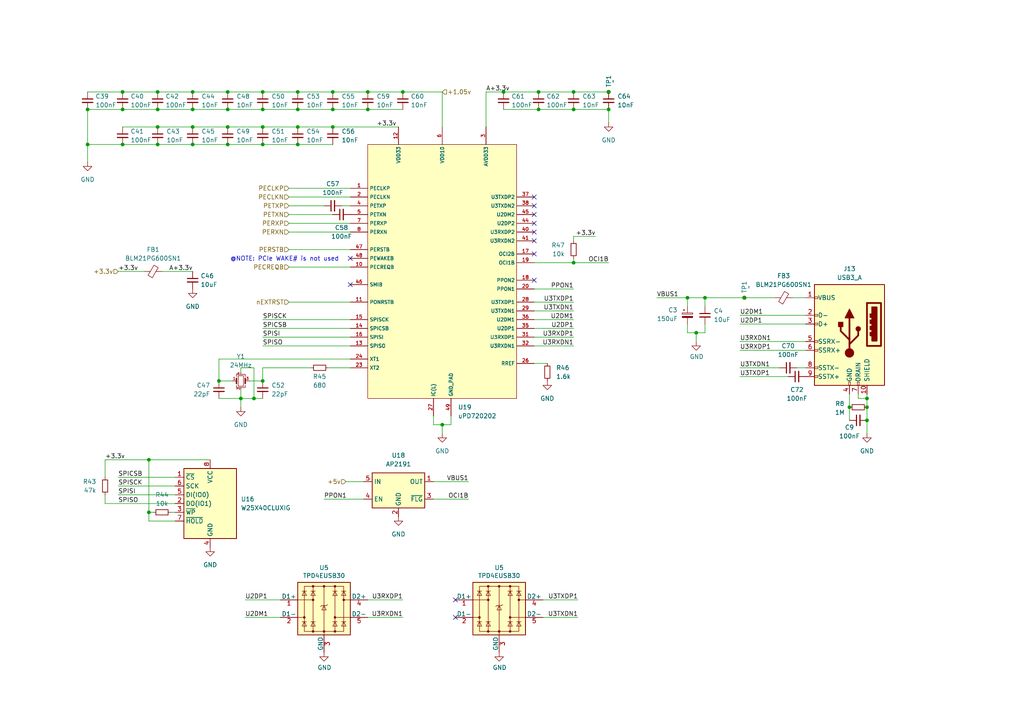
<source format=kicad_sch>
(kicad_sch (version 20230819) (generator eeschema)
  (paper "A4")
  (lib_symbols
    (symbol "AP2191:AP2191"
      (property "Reference" "U" (at -4.064 6.604 0))
      (property "Value" "AP2191" (at 0 0 0))
      (symbol "AP2191_0_1"
        (rectangle (start -7.62 5.08) (end 7.62 -5.08) (stroke (width 0.254)) (fill (type background)))
      )
      (symbol "AP2191_1_1"
        (pin power_out line (at 10.16 2.54 180) (length 2.54) (name "OUT") (number "1"))
        (pin power_in line (at 0 -7.62 90) (length 2.54) (name "GND") (number "2"))
        (pin open_collector line (at 10.16 -2.54 180) (length 2.54) (name "~{FLG}") (number "3"))
        (pin input line (at -10.16 -2.54 0) (length 2.54) (name "EN") (number "4"))
        (pin power_in line (at -10.16 2.54 0) (length 2.54) (name "IN") (number "5"))
      )
    )
    (symbol "CM4IO:TPD4EUSB30" (pin_names (offset 0))
      (property "Reference" "U" (at -0.635 8.89 0))
      (property "Value" "TPD4EUSB30" (at 8.89 -10.16 0))
      (symbol "TPD4EUSB30_0_0"
        (rectangle (start -5.715 6.477) (end 5.715 -6.604))
        (polyline (pts (xy -3.175 -6.604) (xy -3.175 6.477)))
        (polyline (pts (xy 0 6.477) (xy 0 -6.604)))
        (polyline (pts (xy 3.175 6.477) (xy 3.175 -6.604)))
      )
      (symbol "TPD4EUSB30_0_1"
        (rectangle (start -7.62 7.62) (end 7.62 -7.62) (stroke (width 0.254)) (fill (type background)))
        (circle (center -5.715 -2.54) (radius 0.2794) (fill (type outline)))
        (circle (center -3.175 -6.604) (radius 0.2794) (fill (type outline)))
        (circle (center -3.175 2.54) (radius 0.2794) (fill (type outline)))
        (circle (center -3.175 6.477) (radius 0.2794) (fill (type outline)))
        (circle (center 0 -6.604) (radius 0.2794) (fill (type outline)))
        (polyline (pts (xy -7.747 2.54) (xy -3.175 2.54)))
        (polyline (pts (xy -7.62 -2.54) (xy -5.715 -2.54)))
        (polyline (pts (xy -5.08 -3.81) (xy -6.35 -3.81)))
        (polyline (pts (xy -5.08 5.08) (xy -6.35 5.08)))
        (polyline (pts (xy -2.54 -3.81) (xy -3.81 -3.81)))
        (polyline (pts (xy -2.54 5.08) (xy -3.81 5.08)))
        (polyline (pts (xy -0.635 0.889) (xy -1.016 0.635)))
        (polyline (pts (xy 0 -6.604) (xy 0 -7.62)))
        (polyline (pts (xy 0.635 0.889) (xy -0.635 0.889)))
        (polyline (pts (xy 0.635 0.889) (xy 1.016 1.143)))
        (polyline (pts (xy 3.81 -3.81) (xy 2.54 -3.81)))
        (polyline (pts (xy 3.81 5.08) (xy 2.54 5.08)))
        (polyline (pts (xy 6.35 -3.81) (xy 5.08 -3.81)))
        (polyline (pts (xy 6.35 5.08) (xy 5.08 5.08)))
        (polyline (pts (xy 7.62 -2.54) (xy 3.175 -2.54)))
        (polyline (pts (xy 7.62 2.54) (xy 5.715 2.54)))
        (polyline (pts (xy -5.08 -5.08) (xy -6.35 -5.08) (xy -5.715 -3.81) (xy -5.08 -5.08)))
        (polyline (pts (xy -5.08 3.81) (xy -6.35 3.81) (xy -5.715 5.08) (xy -5.08 3.81)))
        (polyline (pts (xy -2.54 -5.08) (xy -3.81 -5.08) (xy -3.175 -3.81) (xy -2.54 -5.08)))
        (polyline (pts (xy -2.54 3.81) (xy -3.81 3.81) (xy -3.175 5.08) (xy -2.54 3.81)))
        (polyline (pts (xy 0.635 -0.381) (xy -0.635 -0.381) (xy 0 0.889) (xy 0.635 -0.381)))
        (polyline (pts (xy 3.81 -5.08) (xy 2.54 -5.08) (xy 3.175 -3.81) (xy 3.81 -5.08)))
        (polyline (pts (xy 3.81 3.81) (xy 2.54 3.81) (xy 3.175 5.08) (xy 3.81 3.81)))
        (polyline (pts (xy 6.35 -5.08) (xy 5.08 -5.08) (xy 5.715 -3.81) (xy 6.35 -5.08)))
        (polyline (pts (xy 6.35 3.81) (xy 5.08 3.81) (xy 5.715 5.08) (xy 6.35 3.81)))
        (circle (center 0 6.477) (radius 0.2794) (fill (type outline)))
        (circle (center 3.175 -6.604) (radius 0.2794) (fill (type outline)))
        (circle (center 3.175 -2.54) (radius 0.2794) (fill (type outline)))
        (circle (center 3.175 6.477) (radius 0.2794) (fill (type outline)))
        (circle (center 5.715 2.54) (radius 0.2794) (fill (type outline)))
      )
      (symbol "TPD4EUSB30_1_1"
        (pin passive line (at -12.7 2.54 0) (length 5.08) (name "D1+") (number "1"))
        (pin passive line (at -12.7 2.54 0) (length 5.08) hide (name "~") (number "10"))
        (pin passive line (at -12.7 -2.54 0) (length 5.08) (name "D1-") (number "2"))
        (pin power_in line (at 0 -12.7 90) (length 5.08) (name "GND") (number "3"))
        (pin passive line (at 12.7 2.54 180) (length 5.08) (name "D2+") (number "4"))
        (pin passive line (at 12.7 -2.54 180) (length 5.08) (name "D2-") (number "5"))
        (pin passive line (at 12.7 -2.54 180) (length 5.08) hide (name "~") (number "6"))
        (pin passive line (at 12.7 2.54 180) (length 5.08) hide (name "~") (number "7"))
        (pin passive line (at 0 -12.7 90) (length 5.08) hide (name "GND") (number "8"))
        (pin passive line (at -12.7 -2.54 0) (length 5.08) hide (name "~") (number "9"))
      )
    )
    (symbol "Connector:TestPoint_Small" (pin_numbers hide) (pin_names (offset 0.762) hide)
      (property "Reference" "TP" (at 0 3.81 0))
      (property "Value" "TestPoint_Small" (at 0 2.032 0))
      (symbol "TestPoint_Small_0_1"
        (circle (center 0 0) (radius 0.508))
      )
      (symbol "TestPoint_Small_1_1"
        (pin passive line (at 0 0 90) (length 0) (name "1") (number "1"))
      )
    )
    (symbol "Connector:USB3_A" (pin_names (offset 1.016))
      (property "Reference" "J" (at -10.16 15.24 0))
      (property "Value" "USB3_A" (at 10.16 15.24 0))
      (symbol "USB3_A_0_0"
        (rectangle (start -9.144 8.636) (end -5.08 -3.81) (stroke (width 0.508)))
        (rectangle (start -7.874 7.366) (end -6.604 -2.286) (stroke (width 0.508)) (fill (type outline)))
        (rectangle (start -6.35 0) (end -6.096 -0.762) (stroke (width 0.508)))
        (rectangle (start -6.35 1.778) (end -6.096 1.016) (stroke (width 0.508)))
        (rectangle (start -6.35 3.556) (end -6.096 2.794) (stroke (width 0.508)))
        (rectangle (start -6.35 5.334) (end -6.096 4.572) (stroke (width 0.508)))
        (rectangle (start -2.794 -15.24) (end -2.286 -14.224))
        (rectangle (start -0.254 -15.24) (end 0.254 -14.224))
        (rectangle (start 10.16 -12.446) (end 9.144 -12.954))
        (rectangle (start 10.16 -9.906) (end 9.144 -10.414))
        (rectangle (start 10.16 -4.826) (end 9.144 -5.334))
        (rectangle (start 10.16 -2.286) (end 9.144 -2.794))
        (rectangle (start 10.16 2.794) (end 9.144 2.286))
        (rectangle (start 10.16 5.334) (end 9.144 4.826))
        (rectangle (start 10.16 10.414) (end 9.144 9.906))
      )
      (symbol "USB3_A_0_1"
        (rectangle (start -10.16 13.97) (end 10.16 -15.24) (stroke (width 0.254)) (fill (type background)))
      )
      (symbol "USB3_A_1_1"
        (circle (center -2.54 1.143) (radius 0.635) (stroke (width 0.254)) (fill (type outline)))
        (circle (center 0 -5.842) (radius 1.27) (fill (type outline)))
        (polyline (pts (xy 0 -5.842) (xy 0 4.318)) (stroke (width 0.508)))
        (polyline (pts (xy 0 -3.302) (xy -2.54 -0.762) (xy -2.54 0.508)) (stroke (width 0.508)))
        (polyline (pts (xy 0 -2.032) (xy 2.54 0.508) (xy 2.54 1.778)) (stroke (width 0.508)))
        (polyline (pts (xy -1.27 4.318) (xy 0 6.858) (xy 1.27 4.318) (xy -1.27 4.318)) (stroke (width 0.254)) (fill (type outline)))
        (rectangle (start 1.905 1.778) (end 3.175 3.048) (stroke (width 0.254)) (fill (type outline)))
        (pin power_in line (at 12.7 10.16 180) (length 2.54) (name "VBUS") (number "1"))
        (pin passive line (at -5.08 -17.78 90) (length 2.54) (name "SHIELD") (number "10"))
        (pin bidirectional line (at 12.7 5.08 180) (length 2.54) (name "D-") (number "2"))
        (pin bidirectional line (at 12.7 2.54 180) (length 2.54) (name "D+") (number "3"))
        (pin power_in line (at 0 -17.78 90) (length 2.54) (name "GND") (number "4"))
        (pin output line (at 12.7 -2.54 180) (length 2.54) (name "SSRX-") (number "5"))
        (pin output line (at 12.7 -5.08 180) (length 2.54) (name "SSRX+") (number "6"))
        (pin passive line (at -2.54 -17.78 90) (length 2.54) (name "DRAIN") (number "7"))
        (pin input line (at 12.7 -10.16 180) (length 2.54) (name "SSTX-") (number "8"))
        (pin input line (at 12.7 -12.7 180) (length 2.54) (name "SSTX+") (number "9"))
      )
    )
    (symbol "Device:C_Polarized_Small" (pin_numbers hide) (pin_names (offset 0.254) hide)
      (property "Reference" "C" (at 0.254 1.778 0))
      (property "Value" "C_Polarized_Small" (at 0.254 -2.032 0))
      (symbol "C_Polarized_Small_0_1"
        (rectangle (start -1.524 -0.3048) (end 1.524 -0.6858) (fill (type outline)))
        (rectangle (start -1.524 0.6858) (end 1.524 0.3048))
        (polyline (pts (xy -1.27 1.524) (xy -0.762 1.524)))
        (polyline (pts (xy -1.016 1.27) (xy -1.016 1.778)))
      )
      (symbol "C_Polarized_Small_1_1"
        (pin passive line (at 0 2.54 270) (length 1.8542) (name "~") (number "1"))
        (pin passive line (at 0 -2.54 90) (length 1.8542) (name "~") (number "2"))
      )
    )
    (symbol "Device:C_Small" (pin_numbers hide) (pin_names (offset 0.254) hide)
      (property "Reference" "C" (at 0.254 1.778 0))
      (property "Value" "C_Small" (at 0.254 -2.032 0))
      (symbol "C_Small_0_1"
        (polyline (pts (xy -1.524 -0.508) (xy 1.524 -0.508)) (stroke (width 0.3302)))
        (polyline (pts (xy -1.524 0.508) (xy 1.524 0.508)) (stroke (width 0.3048)))
      )
      (symbol "C_Small_1_1"
        (pin passive line (at 0 2.54 270) (length 2.032) (name "~") (number "1"))
        (pin passive line (at 0 -2.54 90) (length 2.032) (name "~") (number "2"))
      )
    )
    (symbol "Device:Crystal_GND24_Small" (pin_names (offset 1.016) hide)
      (property "Reference" "Y" (at 1.27 4.445 0))
      (property "Value" "Crystal_GND24_Small" (at 1.27 2.54 0))
      (symbol "Crystal_GND24_Small_0_1"
        (rectangle (start -0.762 -1.524) (end 0.762 1.524))
        (polyline (pts (xy -1.27 -0.762) (xy -1.27 0.762)) (stroke (width 0.381)))
        (polyline (pts (xy 1.27 -0.762) (xy 1.27 0.762)) (stroke (width 0.381)))
        (polyline (pts (xy -1.27 -1.27) (xy -1.27 -1.905) (xy 1.27 -1.905) (xy 1.27 -1.27)))
        (polyline (pts (xy -1.27 1.27) (xy -1.27 1.905) (xy 1.27 1.905) (xy 1.27 1.27)))
      )
      (symbol "Crystal_GND24_Small_1_1"
        (pin passive line (at -2.54 0 0) (length 1.27) (name "1") (number "1"))
        (pin passive line (at 0 -2.54 90) (length 0.635) (name "2") (number "2"))
        (pin passive line (at 2.54 0 180) (length 1.27) (name "3") (number "3"))
        (pin passive line (at 0 2.54 270) (length 0.635) (name "4") (number "4"))
      )
    )
    (symbol "Device:FerriteBead_Small" (pin_numbers hide) (pin_names (offset 0))
      (property "Reference" "FB" (at 1.905 1.27 0))
      (property "Value" "FerriteBead_Small" (at 1.905 -1.27 0))
      (symbol "FerriteBead_Small_0_1"
        (polyline (pts (xy 0 -1.27) (xy 0 -0.7874)))
        (polyline (pts (xy 0 0.889) (xy 0 1.2954)))
        (polyline (pts (xy -1.8288 0.2794) (xy -1.1176 1.4986) (xy 1.8288 -0.2032) (xy 1.1176 -1.4224) (xy -1.8288 0.2794)))
      )
      (symbol "FerriteBead_Small_1_1"
        (pin passive line (at 0 2.54 270) (length 1.27) (name "~") (number "1"))
        (pin passive line (at 0 -2.54 90) (length 1.27) (name "~") (number "2"))
      )
    )
    (symbol "Device:R_Small" (pin_numbers hide) (pin_names (offset 0.254) hide)
      (property "Reference" "R" (at 0.762 0.508 0))
      (property "Value" "R_Small" (at 0.762 -1.016 0))
      (symbol "R_Small_0_1"
        (rectangle (start -0.762 1.778) (end 0.762 -1.778) (stroke (width 0.2032)))
      )
      (symbol "R_Small_1_1"
        (pin passive line (at 0 2.54 270) (length 0.762) (name "~") (number "1"))
        (pin passive line (at 0 -2.54 90) (length 0.762) (name "~") (number "2"))
      )
    )
    (symbol "Memory_Flash:W25X40CLSV"
      (property "Reference" "U16" (at 8.89 1.2701 0))
      (property "Value" "W25X40CLUXIG" (at 8.89 -1.2699 0))
      (symbol "W25X40CLSV_0_1"
        (rectangle (start -7.62 10.16) (end 7.62 -10.16) (stroke (width 0.254)) (fill (type background)))
      )
      (symbol "W25X40CLSV_1_1"
        (pin input line (at -10.16 7.62 0) (length 2.54) (name "~{CS}") (number "1"))
        (pin bidirectional line (at -10.16 0 0) (length 2.54) (name "DO(IO1)") (number "2"))
        (pin bidirectional line (at -10.16 -2.54 0) (length 2.54) (name "~{WP}") (number "3"))
        (pin power_in line (at 0 -12.7 90) (length 2.54) (name "GND") (number "4"))
        (pin bidirectional line (at -10.16 2.54 0) (length 2.54) (name "DI(IO0)") (number "5"))
        (pin input line (at -10.16 5.08 0) (length 2.54) (name "SCK") (number "6"))
        (pin bidirectional line (at -10.16 -5.08 0) (length 2.54) (name "~{HOLD}") (number "7"))
        (pin power_in line (at 0 12.7 270) (length 2.54) (name "VCC") (number "8"))
        (pin passive line (at 0 -12.7 90) (length 2.54) hide (name "GND") (number "9"))
      )
    )
    (symbol "power:GND" (power) (pin_names (offset 0))
      (property "Value" "GND" (at 0 -3.81 0))
      (symbol "GND_0_1"
        (polyline (pts (xy 0 0) (xy 0 -1.27) (xy 1.27 -1.27) (xy 0 -2.54) (xy -1.27 -1.27) (xy 0 -1.27)))
      )
      (symbol "GND_1_1"
        (pin power_in line (at 0 0 270) (length 0) hide (name "GND") (number "1"))
      )
    )
    (symbol "uPD720202:uPD720202"
      (property "Reference" "U" (at -20.32 -35.306 0))
      (property "Value" "uPD720202" (at 0 0 0))
      (symbol "uPD720202_1_0"
        (pin input line (at -26.67 24.13 0) (length 5.08) (name "PECLKP") (number "1"))
        (pin output line (at -26.67 1.27 0) (length 5.08) (name "PECREQB") (number "10"))
        (pin input line (at -26.67 -8.89 0) (length 5.08) (name "PONRSTB") (number "11"))
        (pin power_in line (at -12.7 41.91 270) (length 5.08) (name "VDD33") (number "12"))
        (pin output line (at -26.67 -21.59 0) (length 5.08) (name "SPISO") (number "13"))
        (pin output line (at -26.67 -16.51 0) (length 5.08) (name "SPICSB") (number "14"))
        (pin output line (at -26.67 -13.97 0) (length 5.08) (name "SPISCK") (number "15"))
        (pin output line (at -26.67 -19.05 0) (length 5.08) (name "SPISI") (number "16"))
        (pin input line (at 26.67 5.08 180) (length 5.08) (name "OCI2B") (number "17"))
        (pin output line (at 26.67 -2.54 180) (length 5.08) (name "PPON2") (number "18"))
        (pin input line (at 26.67 2.54 180) (length 5.08) (name "OCI1B") (number "19"))
        (pin input line (at -26.67 21.59 0) (length 5.08) (name "PECLKN") (number "2"))
        (pin output line (at 26.67 -5.08 180) (length 5.08) (name "PPON1") (number "20"))
        (pin passive line (at 0 41.91 270) (length 5.08) hide (name "VDD10") (number "21"))
        (pin passive line (at -12.7 41.91 270) (length 5.08) hide (name "VDD33") (number "22"))
        (pin input line (at -26.67 -27.94 0) (length 5.08) (name "XT2") (number "23"))
        (pin input line (at -26.67 -25.4 0) (length 5.08) (name "XT1") (number "24"))
        (pin passive line (at 12.7 41.91 270) (length 5.08) hide (name "AVDD33") (number "25"))
        (pin input line (at 26.67 -26.67 180) (length 5.08) (name "RREF") (number "26"))
        (pin power_in line (at -2.54 -41.91 90) (length 5.08) (name "IC(L)") (number "27"))
        (pin output line (at 26.67 -8.89 180) (length 5.08) (name "U3TXDP1") (number "28"))
        (pin output line (at 26.67 -11.43 180) (length 5.08) (name "U3TXDN1") (number "29"))
        (pin power_in line (at 12.7 41.91 270) (length 5.08) (name "AVDD33") (number "3"))
        (pin passive line (at 0 41.91 270) (length 5.08) hide (name "VDD10") (number "30"))
        (pin input line (at 26.67 -19.05 180) (length 5.08) (name "U3RXDP1") (number "31"))
        (pin input line (at 26.67 -21.59 180) (length 5.08) (name "U3RXDN1") (number "32"))
        (pin passive line (at 0 41.91 270) (length 5.08) hide (name "VDD10") (number "33"))
        (pin passive line (at -12.7 41.91 270) (length 5.08) hide (name "VDD33") (number "34"))
        (pin bidirectional line (at 26.67 -16.51 180) (length 5.08) (name "U2DP1") (number "35"))
        (pin bidirectional line (at 26.67 -13.97 180) (length 5.08) (name "U2DM1") (number "36"))
        (pin output line (at 26.67 21.59 180) (length 5.08) (name "U3TXDP2") (number "37"))
        (pin output line (at 26.67 19.05 180) (length 5.08) (name "U3TXDN2") (number "38"))
        (pin passive line (at 0 41.91 270) (length 5.08) hide (name "VDD10") (number "39"))
        (pin output line (at -26.67 19.05 0) (length 5.08) (name "PETXP") (number "4"))
        (pin input line (at 26.67 11.43 180) (length 5.08) (name "U3RXDP2") (number "40"))
        (pin input line (at 26.67 8.89 180) (length 5.08) (name "U3RXDN2") (number "41"))
        (pin passive line (at 0 41.91 270) (length 5.08) hide (name "VDD10") (number "42"))
        (pin passive line (at -12.7 41.91 270) (length 5.08) hide (name "VDD33") (number "43"))
        (pin bidirectional line (at 26.67 13.97 180) (length 5.08) (name "U2DP2") (number "44"))
        (pin bidirectional line (at 26.67 16.51 180) (length 5.08) (name "U2DM2") (number "45"))
        (pin output line (at -26.67 -3.81 0) (length 5.08) (name "SMIB") (number "46"))
        (pin input line (at -26.67 6.35 0) (length 5.08) (name "PERSTB") (number "47"))
        (pin output line (at -26.67 3.81 0) (length 5.08) (name "PEWAKEB") (number "48"))
        (pin power_in line (at 2.54 -41.91 90) (length 5.08) (name "GND_PAD") (number "49"))
        (pin output line (at -26.67 16.51 0) (length 5.08) (name "PETXN") (number "5"))
        (pin power_in line (at 0 41.91 270) (length 5.08) (name "VDD10") (number "6"))
        (pin input line (at -26.67 13.97 0) (length 5.08) (name "PERXP") (number "7"))
        (pin input line (at -26.67 11.43 0) (length 5.08) (name "PERXN") (number "8"))
        (pin passive line (at 0 41.91 270) (length 5.08) hide (name "VDD10") (number "9"))
      )
      (symbol "uPD720202_1_1"
        (rectangle (start -21.59 36.83) (end 21.59 -36.83) (fill (type background)))
      )
    )
  )
  (junction (at 45.72 26.67))
  (junction (at 25.4 31.75))
  (junction (at 251.46 118.11))
  (junction (at 76.2 110.49))
  (junction (at 176.53 26.67))
  (junction (at 156.21 26.67))
  (junction (at 55.88 31.75))
  (junction (at 96.52 26.67))
  (junction (at 201.93 96.52))
  (junction (at 66.04 31.75))
  (junction (at 45.72 41.91))
  (junction (at 204.47 86.36))
  (junction (at 35.56 31.75))
  (junction (at 116.84 26.67))
  (junction (at 25.4 41.91))
  (junction (at 76.2 41.91))
  (junction (at 69.85 115.57))
  (junction (at 66.04 41.91))
  (junction (at 86.36 41.91))
  (junction (at 176.53 31.75))
  (junction (at 35.56 41.91))
  (junction (at 45.72 36.83))
  (junction (at 55.88 41.91))
  (junction (at 246.38 118.11))
  (junction (at 55.88 36.83))
  (junction (at 166.37 31.75))
  (junction (at 166.37 26.67))
  (junction (at 43.18 148.59))
  (junction (at 106.68 26.67))
  (junction (at 166.37 76.2))
  (junction (at 73.66 115.57))
  (junction (at 76.2 31.75))
  (junction (at 128.27 123.19))
  (junction (at 106.68 31.75))
  (junction (at 66.04 26.67))
  (junction (at 86.36 31.75))
  (junction (at 76.2 36.83))
  (junction (at 146.05 26.67))
  (junction (at 96.52 31.75))
  (junction (at 96.52 36.83))
  (junction (at 199.39 86.36))
  (junction (at 251.46 121.92))
  (junction (at 76.2 26.67))
  (junction (at 215.9 86.36))
  (junction (at 63.5 110.49))
  (junction (at 35.56 26.67))
  (junction (at 55.88 26.67))
  (junction (at 45.72 31.75))
  (junction (at 66.04 36.83))
  (junction (at 43.18 133.35))
  (junction (at 86.36 36.83))
  (junction (at 251.46 115.57))
  (junction (at 86.36 26.67))
  (junction (at 156.21 31.75))
  (no_connect (at 154.94 81.28))
  (no_connect (at 132.08 173.99))
  (no_connect (at 154.94 57.15))
  (no_connect (at 154.94 64.77))
  (no_connect (at 154.94 73.66))
  (no_connect (at 101.6 82.55))
  (no_connect (at 101.6 74.93))
  (no_connect (at 132.08 179.07))
  (no_connect (at 154.94 67.31))
  (no_connect (at 154.94 62.23))
  (no_connect (at 154.94 59.69))
  (no_connect (at 154.94 69.85))
  (wire (pts (xy 55.88 41.91) (xy 66.04 41.91)))
  (wire (pts (xy 45.72 41.91) (xy 55.88 41.91)))
  (wire (pts (xy 146.05 26.67) (xy 140.97 26.67)))
  (wire (pts (xy 86.36 41.91) (xy 96.52 41.91)))
  (wire (pts (xy 99.06 59.69) (xy 101.6 59.69)))
  (wire (pts (xy 204.47 88.9) (xy 204.47 86.36)))
  (wire (pts (xy 204.47 86.36) (xy 215.9 86.36)))
  (wire (pts (xy 30.48 133.35) (xy 43.18 133.35)))
  (wire (pts (xy 66.04 36.83) (xy 76.2 36.83)))
  (wire (pts (xy 251.46 114.3) (xy 251.46 115.57)))
  (wire (pts (xy 157.48 173.99) (xy 167.64 173.99)))
  (wire (pts (xy 201.93 99.06) (xy 201.93 96.52)))
  (wire (pts (xy 166.37 74.93) (xy 166.37 76.2)))
  (wire (pts (xy 154.94 100.33) (xy 166.37 100.33)))
  (wire (pts (xy 199.39 86.36) (xy 204.47 86.36)))
  (wire (pts (xy 125.73 120.65) (xy 125.73 123.19)))
  (wire (pts (xy 116.84 26.67) (xy 128.27 26.67)))
  (wire (pts (xy 55.88 31.75) (xy 66.04 31.75)))
  (wire (pts (xy 96.52 36.83) (xy 115.57 36.83)))
  (wire (pts (xy 199.39 96.52) (xy 201.93 96.52)))
  (wire (pts (xy 128.27 125.73) (xy 128.27 123.19)))
  (wire (pts (xy 73.66 106.68) (xy 73.66 115.57)))
  (wire (pts (xy 251.46 115.57) (xy 251.46 118.11)))
  (wire (pts (xy 66.04 41.91) (xy 76.2 41.91)))
  (wire (pts (xy 214.63 93.98) (xy 233.68 93.98)))
  (wire (pts (xy 34.29 143.51) (xy 50.8 143.51)))
  (wire (pts (xy 201.93 96.52) (xy 204.47 96.52)))
  (wire (pts (xy 83.82 57.15) (xy 101.6 57.15)))
  (wire (pts (xy 45.72 31.75) (xy 55.88 31.75)))
  (wire (pts (xy 72.39 110.49) (xy 76.2 110.49)))
  (wire (pts (xy 154.94 95.25) (xy 166.37 95.25)))
  (wire (pts (xy 146.05 31.75) (xy 156.21 31.75)))
  (wire (pts (xy 166.37 68.58) (xy 172.72 68.58)))
  (wire (pts (xy 30.48 138.43) (xy 30.48 133.35)))
  (wire (pts (xy 140.97 26.67) (xy 140.97 36.83)))
  (wire (pts (xy 96.52 31.75) (xy 106.68 31.75)))
  (wire (pts (xy 69.85 107.95) (xy 69.85 106.68)))
  (wire (pts (xy 106.68 179.07) (xy 116.84 179.07)))
  (wire (pts (xy 190.5 86.36) (xy 199.39 86.36)))
  (wire (pts (xy 73.66 115.57) (xy 76.2 115.57)))
  (wire (pts (xy 214.63 101.6) (xy 233.68 101.6)))
  (wire (pts (xy 76.2 92.71) (xy 101.6 92.71)))
  (wire (pts (xy 69.85 113.03) (xy 69.85 115.57)))
  (wire (pts (xy 76.2 95.25) (xy 101.6 95.25)))
  (wire (pts (xy 63.5 104.14) (xy 63.5 110.49)))
  (wire (pts (xy 55.88 36.83) (xy 66.04 36.83)))
  (wire (pts (xy 100.33 139.7) (xy 105.41 139.7)))
  (wire (pts (xy 154.94 105.41) (xy 158.75 105.41)))
  (wire (pts (xy 34.29 140.97) (xy 50.8 140.97)))
  (wire (pts (xy 176.53 31.75) (xy 176.53 35.56)))
  (wire (pts (xy 214.63 109.22) (xy 228.6 109.22)))
  (wire (pts (xy 128.27 36.83) (xy 128.27 26.67)))
  (wire (pts (xy 25.4 46.99) (xy 25.4 41.91)))
  (wire (pts (xy 34.29 78.74) (xy 41.91 78.74)))
  (wire (pts (xy 154.94 92.71) (xy 166.37 92.71)))
  (wire (pts (xy 156.21 31.75) (xy 166.37 31.75)))
  (wire (pts (xy 86.36 36.83) (xy 96.52 36.83)))
  (wire (pts (xy 30.48 146.05) (xy 50.8 146.05)))
  (wire (pts (xy 106.68 31.75) (xy 116.84 31.75)))
  (wire (pts (xy 83.82 67.31) (xy 101.6 67.31)))
  (wire (pts (xy 35.56 26.67) (xy 45.72 26.67)))
  (wire (pts (xy 69.85 115.57) (xy 73.66 115.57)))
  (wire (pts (xy 25.4 26.67) (xy 35.56 26.67)))
  (wire (pts (xy 154.94 87.63) (xy 166.37 87.63)))
  (wire (pts (xy 251.46 118.11) (xy 251.46 121.92)))
  (wire (pts (xy 35.56 36.83) (xy 45.72 36.83)))
  (wire (pts (xy 83.82 72.39) (xy 101.6 72.39)))
  (wire (pts (xy 76.2 26.67) (xy 86.36 26.67)))
  (wire (pts (xy 125.73 139.7) (xy 135.89 139.7)))
  (wire (pts (xy 55.88 26.67) (xy 66.04 26.67)))
  (wire (pts (xy 229.87 86.36) (xy 233.68 86.36)))
  (wire (pts (xy 25.4 31.75) (xy 35.56 31.75)))
  (wire (pts (xy 95.25 106.68) (xy 101.6 106.68)))
  (wire (pts (xy 76.2 41.91) (xy 86.36 41.91)))
  (wire (pts (xy 248.92 114.3) (xy 248.92 115.57)))
  (wire (pts (xy 125.73 123.19) (xy 128.27 123.19)))
  (wire (pts (xy 44.45 148.59) (xy 43.18 148.59)))
  (wire (pts (xy 63.5 115.57) (xy 69.85 115.57)))
  (wire (pts (xy 214.63 91.44) (xy 233.68 91.44)))
  (wire (pts (xy 166.37 76.2) (xy 176.53 76.2)))
  (wire (pts (xy 66.04 31.75) (xy 76.2 31.75)))
  (wire (pts (xy 34.29 138.43) (xy 50.8 138.43)))
  (wire (pts (xy 214.63 99.06) (xy 233.68 99.06)))
  (wire (pts (xy 106.68 173.99) (xy 116.84 173.99)))
  (wire (pts (xy 63.5 110.49) (xy 67.31 110.49)))
  (wire (pts (xy 166.37 68.58) (xy 166.37 69.85)))
  (wire (pts (xy 76.2 97.79) (xy 101.6 97.79)))
  (wire (pts (xy 204.47 96.52) (xy 204.47 93.98)))
  (wire (pts (xy 96.52 26.67) (xy 106.68 26.67)))
  (wire (pts (xy 83.82 77.47) (xy 101.6 77.47)))
  (wire (pts (xy 76.2 106.68) (xy 76.2 110.49)))
  (wire (pts (xy 25.4 41.91) (xy 35.56 41.91)))
  (wire (pts (xy 35.56 31.75) (xy 45.72 31.75)))
  (wire (pts (xy 46.99 78.74) (xy 55.88 78.74)))
  (wire (pts (xy 71.12 179.07) (xy 81.28 179.07)))
  (wire (pts (xy 125.73 144.78) (xy 135.89 144.78)))
  (wire (pts (xy 105.41 144.78) (xy 93.98 144.78)))
  (wire (pts (xy 49.53 148.59) (xy 50.8 148.59)))
  (wire (pts (xy 166.37 31.75) (xy 176.53 31.75)))
  (wire (pts (xy 154.94 97.79) (xy 166.37 97.79)))
  (wire (pts (xy 50.8 151.13) (xy 43.18 151.13)))
  (wire (pts (xy 83.82 54.61) (xy 101.6 54.61)))
  (wire (pts (xy 83.82 59.69) (xy 93.98 59.69)))
  (wire (pts (xy 76.2 36.83) (xy 86.36 36.83)))
  (wire (pts (xy 43.18 148.59) (xy 43.18 151.13)))
  (wire (pts (xy 83.82 87.63) (xy 101.6 87.63)))
  (wire (pts (xy 63.5 104.14) (xy 101.6 104.14)))
  (wire (pts (xy 69.85 106.68) (xy 73.66 106.68)))
  (wire (pts (xy 246.38 114.3) (xy 246.38 118.11)))
  (wire (pts (xy 35.56 41.91) (xy 45.72 41.91)))
  (wire (pts (xy 154.94 76.2) (xy 166.37 76.2)))
  (wire (pts (xy 45.72 36.83) (xy 55.88 36.83)))
  (wire (pts (xy 71.12 173.99) (xy 81.28 173.99)))
  (wire (pts (xy 226.06 106.68) (xy 214.63 106.68)))
  (wire (pts (xy 130.81 120.65) (xy 130.81 123.19)))
  (wire (pts (xy 86.36 31.75) (xy 96.52 31.75)))
  (wire (pts (xy 251.46 121.92) (xy 251.46 125.73)))
  (wire (pts (xy 166.37 26.67) (xy 176.53 26.67)))
  (wire (pts (xy 156.21 26.67) (xy 166.37 26.67)))
  (wire (pts (xy 76.2 106.68) (xy 90.17 106.68)))
  (wire (pts (xy 106.68 26.67) (xy 116.84 26.67)))
  (wire (pts (xy 43.18 133.35) (xy 60.96 133.35)))
  (wire (pts (xy 25.4 41.91) (xy 25.4 31.75)))
  (wire (pts (xy 231.14 106.68) (xy 233.68 106.68)))
  (wire (pts (xy 215.9 86.36) (xy 224.79 86.36)))
  (wire (pts (xy 146.05 26.67) (xy 156.21 26.67)))
  (wire (pts (xy 130.81 123.19) (xy 128.27 123.19)))
  (wire (pts (xy 66.04 26.67) (xy 76.2 26.67)))
  (wire (pts (xy 157.48 179.07) (xy 167.64 179.07)))
  (wire (pts (xy 83.82 62.23) (xy 96.52 62.23)))
  (wire (pts (xy 199.39 93.98) (xy 199.39 96.52)))
  (wire (pts (xy 30.48 143.51) (xy 30.48 146.05)))
  (wire (pts (xy 76.2 100.33) (xy 101.6 100.33)))
  (wire (pts (xy 199.39 88.9) (xy 199.39 86.36)))
  (wire (pts (xy 86.36 26.67) (xy 96.52 26.67)))
  (wire (pts (xy 43.18 133.35) (xy 43.18 148.59)))
  (wire (pts (xy 45.72 26.67) (xy 55.88 26.67)))
  (wire (pts (xy 154.94 83.82) (xy 166.37 83.82)))
  (wire (pts (xy 246.38 118.11) (xy 246.38 121.92)))
  (wire (pts (xy 248.92 115.57) (xy 251.46 115.57)))
  (wire (pts (xy 83.82 64.77) (xy 101.6 64.77)))
  (wire (pts (xy 69.85 115.57) (xy 69.85 118.11)))
  (wire (pts (xy 76.2 31.75) (xy 86.36 31.75)))
  (wire (pts (xy 154.94 90.17) (xy 166.37 90.17)))
  (text "@NOTE: PCIe WAKE# is not used" (at 82.55 75.184 0) (effects (font (size 1.27 1.27))))
  (label "+3.3v" (at 30.48 133.35 0))
  (label "U3TXDN1" (at 167.64 179.07 180))
  (label "U3RXDP1" (at 214.63 101.6 0))
  (label "VBUS1" (at 135.89 139.7 180))
  (label "SPICSB" (at 76.2 95.25 0))
  (label "OCI1B" (at 176.53 76.2 180))
  (label "SPISI" (at 34.29 143.51 0))
  (label "U3TXDN1" (at 214.63 106.68 0))
  (label "PPON1" (at 166.37 83.82 180))
  (label "A+3.3v" (at 55.88 78.74 180))
  (label "U3TXDP1" (at 214.63 109.22 0))
  (label "+3.3v" (at 109.22 36.83 0))
  (label "SPISI" (at 76.2 97.79 0))
  (label "U3RXDN1" (at 166.37 100.33 180))
  (label "U3TXDP1" (at 166.37 87.63 180))
  (label "SPISO" (at 34.29 146.05 0))
  (label "U3TXDP1" (at 167.64 173.99 180))
  (label "U3RXDN1" (at 214.63 99.06 0))
  (label "U3RXDP1" (at 166.37 97.79 180))
  (label "U2DP1" (at 214.63 93.98 0))
  (label "SPICSB" (at 34.29 138.43 0))
  (label "U3RXDN1" (at 116.84 179.07 180))
  (label "U2DP1" (at 166.37 95.25 180))
  (label "U2DM1" (at 71.12 179.07 0))
  (label "U3RXDP1" (at 116.84 173.99 180))
  (label "+3.3v" (at 172.72 68.58 180))
  (label "U2DM1" (at 214.63 91.44 0))
  (label "OCI1B" (at 135.89 144.78 180))
  (label "U3TXDN1" (at 166.37 90.17 180))
  (label "VBUS1" (at 190.5 86.36 0))
  (label "U2DP1" (at 71.12 173.99 0))
  (label "+3.3v" (at 34.29 78.74 0))
  (label "A+3.3v" (at 140.97 26.67 0))
  (label "SPISCK" (at 76.2 92.71 0))
  (label "U2DM1" (at 166.37 92.71 180))
  (label "SPISCK" (at 34.29 140.97 0))
  (label "SPISO" (at 76.2 100.33 0))
  (label "PPON1" (at 93.98 144.78 0))
  (hierarchical_label "PECREQB" (shape input) (at 83.82 77.47 180))
  (hierarchical_label "PERXN" (shape input) (at 83.82 67.31 180))
  (hierarchical_label "PETXP" (shape input) (at 83.82 59.69 180))
  (hierarchical_label "PERSTB" (shape input) (at 83.82 72.39 180))
  (hierarchical_label "+1.05v" (shape input) (at 128.27 26.67 0))
  (hierarchical_label "PERXP" (shape input) (at 83.82 64.77 180))
  (hierarchical_label "+3.3v" (shape input) (at 34.29 78.74 180))
  (hierarchical_label "PETXN" (shape input) (at 83.82 62.23 180))
  (hierarchical_label "+5v" (shape input) (at 100.33 139.7 180))
  (hierarchical_label "PECLKN" (shape input) (at 83.82 57.15 180))
  (hierarchical_label "nEXTRST" (shape input) (at 83.82 87.63 180))
  (hierarchical_label "PECLKP" (shape input) (at 83.82 54.61 180))
  (symbol (lib_id "Device:C_Small") (at 76.2 113.03 0) (unit 1)
    (property "Reference" "C52" (at 78.74 111.7662 0) (effects (justify left)))
    (property "Value" "22pF" (at 78.74 114.3062 0) (effects (justify left)))
    (property "Footprint" "Capacitor_SMD:C_0402_1005Metric" (effects hide))
    (property "Description" "Unpolarized capacitor, small symbol" (effects hide))
  )
  (symbol (lib_id "Device:C_Small") (at 76.2 29.21 0) (unit 1)
    (property "Reference" "C50" (at 78.74 27.9462 0) (effects (justify left)))
    (property "Value" "10nF" (at 78.74 30.4862 0) (effects (justify left)))
    (property "Footprint" "Capacitor_SMD:C_0402_1005Metric" (effects hide))
    (property "Description" "Unpolarized capacitor, small symbol" (effects hide))
  )
  (symbol (lib_id "Device:C_Small") (at 35.56 39.37 0) (unit 1)
    (property "Reference" "C41" (at 37.846 38.1 0) (effects (justify left)))
    (property "Value" "100nF" (at 37.846 40.64 0) (effects (justify left)))
    (property "Footprint" "Capacitor_SMD:C_0402_1005Metric" (effects hide))
    (property "Description" "Unpolarized capacitor, small symbol" (effects hide))
  )
  (symbol (lib_id "power:GND") (at 25.4 46.99 0) (unit 1)
    (property "Reference" "#PWR062" (effects hide))
    (property "Value" "GND" (at 25.4 52.07 0))
    (property "Description" "Power symbol creates a global label with name \"GND\" , ground" (effects hide))
  )
  (symbol (lib_id "CM4IO:TPD4EUSB30") (at 144.78 176.53 0) (unit 1)
    (property "Reference" "U5" (at 144.78 164.6682 0))
    (property "Value" "TPD4EUSB30" (at 144.78 166.9796 0))
    (property "Footprint" "Package_SON:USON-10_2.5x1.0mm_P0.5mm" (effects hide))
    (property "Datasheet" "http://www.ti.com/lit/ds/symlink/tpd2eusb30a.pdf" (effects hide))
    (property "Field4" "Farnell" (effects hide))
    (property "Field5" "2335455" (effects hide))
    (property "Field6" "CDDFN10-3324P-13" (effects hide))
    (property "Field7" "Bourns" (effects hide))
    (property "Field8" "UDIO00346" (effects hide))
    (property "Part Description" "Quad TVS diode for high speed signals (USB3, GigE etc.)" (effects hide))
    (instances (project "carrier" (path "" (reference "U5") (unit 1)) (path "" (reference "U20") (unit 1))) (project "CM4IOv5" (path "" (reference "U4") (unit 1))))
  )
  (symbol (lib_id "Device:R_Small") (at 248.92 118.11 90) (unit 1)
    (property "Reference" "R8" (at 243.586 117.094 90))
    (property "Value" "1M" (at 243.586 119.634 90))
    (property "Footprint" "Resistor_SMD:R_0402_1005Metric" (effects hide))
    (property "Description" "Resistor, small symbol" (effects hide))
    (instances (project "carrier" (path "" (reference "R8") (unit 1)) (path "" (reference "R4") (unit 1)) (path "" (reference "R50") (unit 1))))
  )
  (symbol (lib_id "power:GND") (at 251.46 125.73 0) (unit 1)
    (property "Reference" "#PWR07" (effects hide))
    (property "Value" "GND" (at 251.46 130.81 0))
    (instances (project "rp2040_keyboard" (path "" (reference "#PWR07") (unit 1))) (project "carrier" (path "" (reference "#PWR016") (unit 1)) (path "" (reference "#PWR038") (unit 1)) (path "" (reference "#PWR077") (unit 1))) (project "rp2040_base" (path "" (reference "#PWR08") (unit 1))))
  )
  (symbol (lib_id "Device:FerriteBead_Small") (at 227.33 86.36 90) (unit 1)
    (property "Reference" "FB3" (at 227.2919 80.01 90))
    (property "Value" "BLM21PG600SN1" (at 227.2919 82.55 90))
    (property "Footprint" "Inductor_SMD:L_0805_2012Metric" (effects hide))
    (property "Description" "Ferrite bead, small symbol" (effects hide))
  )
  (symbol (lib_id "Device:C_Small") (at 45.72 39.37 0) (unit 1)
    (property "Reference" "C43" (at 48.26 38.1062 0) (effects (justify left)))
    (property "Value" "10nF" (at 48.26 40.6462 0) (effects (justify left)))
    (property "Footprint" "Capacitor_SMD:C_0402_1005Metric" (effects hide))
    (property "Description" "Unpolarized capacitor, small symbol" (effects hide))
  )
  (symbol (lib_id "Device:C_Small") (at 204.47 91.44 0) (unit 1)
    (property "Reference" "C4" (at 207.01 90.1762 0) (effects (justify left)))
    (property "Value" "10uF" (at 207.01 92.7162 0) (effects (justify left)))
    (property "Footprint" "Capacitor_SMD:C_0402_1005Metric" (effects hide))
    (property "Description" "Unpolarized capacitor, small symbol" (effects hide))
    (instances (project "carrier" (path "" (reference "C4") (unit 1)) (path "" (reference "C68") (unit 1))))
  )
  (symbol (lib_id "power:GND") (at 176.53 35.56 0) (unit 1)
    (property "Reference" "#PWR073" (effects hide))
    (property "Value" "GND" (at 176.53 40.64 0))
    (property "Description" "Power symbol creates a global label with name \"GND\" , ground" (effects hide))
  )
  (symbol (lib_id "Device:C_Small") (at 228.6 106.68 90) (unit 1)
    (property "Reference" "C70" (at 228.6063 100.33 90))
    (property "Value" "100nF" (at 228.6063 102.87 90))
    (property "Footprint" "Capacitor_SMD:C_0402_1005Metric" (effects hide))
    (property "Description" "Unpolarized capacitor, small symbol" (effects hide))
  )
  (symbol (lib_id "Device:C_Small") (at 156.21 29.21 0) (unit 1)
    (property "Reference" "C62" (at 158.496 27.94 0) (effects (justify left)))
    (property "Value" "100nF" (at 158.496 30.48 0) (effects (justify left)))
    (property "Footprint" "Capacitor_SMD:C_0402_1005Metric" (effects hide))
    (property "Description" "Unpolarized capacitor, small symbol" (effects hide))
  )
  (symbol (lib_id "Connector:USB3_A") (at 246.38 96.52 0) (mirror y) (unit 1)
    (property "Reference" "J13" (at 246.38 77.9635 0))
    (property "Value" "USB3_A" (at 246.38 80.5035 0))
    (property "Footprint" "Connector_USB:USB3_A_Molex_48393-001" (effects hide))
    (property "Description" "USB 3.0 A connector" (effects hide))
  )
  (symbol (lib_id "power:GND") (at 201.93 99.06 0) (unit 1)
    (property "Reference" "#PWR08" (effects hide))
    (property "Value" "GND" (at 202.057 103.4542 0))
    (instances (project "carrier" (path "" (reference "#PWR08") (unit 1)) (path "" (reference "#PWR075") (unit 1))) (project "CM4IOv5" (path "" (reference "#PWR0123") (unit 1))))
  )
  (symbol (lib_id "Device:C_Small") (at 66.04 29.21 0) (unit 1)
    (property "Reference" "C48" (at 68.58 27.9462 0) (effects (justify left)))
    (property "Value" "10nF" (at 68.58 30.4862 0) (effects (justify left)))
    (property "Footprint" "Capacitor_SMD:C_0402_1005Metric" (effects hide))
    (property "Description" "Unpolarized capacitor, small symbol" (effects hide))
  )
  (symbol (lib_id "Device:C_Small") (at 248.92 121.92 90) (unit 1)
    (property "Reference" "C9" (at 246.38 123.952 90))
    (property "Value" "100nF" (at 246.38 126.492 90))
    (property "Footprint" "Capacitor_SMD:C_0402_1005Metric" (effects hide))
    (property "Description" "Unpolarized capacitor, small symbol" (effects hide))
    (instances (project "carrier" (path "" (reference "C9") (unit 1)) (path "" (reference "C24") (unit 1)) (path "" (reference "C74") (unit 1))))
  )
  (symbol (lib_id "Device:C_Small") (at 55.88 39.37 0) (unit 1)
    (property "Reference" "C45" (at 58.42 38.1062 0) (effects (justify left)))
    (property "Value" "10nF" (at 58.42 40.6462 0) (effects (justify left)))
    (property "Footprint" "Capacitor_SMD:C_0402_1005Metric" (effects hide))
    (property "Description" "Unpolarized capacitor, small symbol" (effects hide))
  )
  (symbol (lib_id "Device:C_Small") (at 176.53 29.21 0) (unit 1)
    (property "Reference" "C64" (at 179.07 27.9462 0) (effects (justify left)))
    (property "Value" "10nF" (at 179.07 30.4862 0) (effects (justify left)))
    (property "Footprint" "Capacitor_SMD:C_0402_1005Metric" (effects hide))
    (property "Description" "Unpolarized capacitor, small symbol" (effects hide))
  )
  (symbol (lib_id "Device:C_Small") (at 96.52 59.69 90) (unit 1)
    (property "Reference" "C57" (at 96.5263 53.34 90))
    (property "Value" "100nF" (at 96.5263 55.88 90))
    (property "Footprint" "Capacitor_SMD:C_0402_1005Metric" (effects hide))
    (property "Description" "Unpolarized capacitor, small symbol" (effects hide))
  )
  (symbol (lib_id "Device:C_Small") (at 66.04 39.37 0) (unit 1)
    (property "Reference" "C49" (at 68.58 38.1062 0) (effects (justify left)))
    (property "Value" "10nF" (at 68.58 40.6462 0) (effects (justify left)))
    (property "Footprint" "Capacitor_SMD:C_0402_1005Metric" (effects hide))
    (property "Description" "Unpolarized capacitor, small symbol" (effects hide))
  )
  (symbol (lib_id "Device:C_Small") (at 55.88 81.28 0) (unit 1)
    (property "Reference" "C46" (at 58.166 80.01 0) (effects (justify left)))
    (property "Value" "10uF" (at 58.166 82.55 0) (effects (justify left)))
    (property "Footprint" "Capacitor_SMD:C_0402_1005Metric" (effects hide))
    (property "Description" "Unpolarized capacitor, small symbol" (effects hide))
  )
  (symbol (lib_id "Device:C_Small") (at 86.36 29.21 0) (unit 1)
    (property "Reference" "C53" (at 88.9 27.9462 0) (effects (justify left)))
    (property "Value" "10nF" (at 88.9 30.4862 0) (effects (justify left)))
    (property "Footprint" "Capacitor_SMD:C_0402_1005Metric" (effects hide))
    (property "Description" "Unpolarized capacitor, small symbol" (effects hide))
  )
  (symbol (lib_id "Device:C_Small") (at 231.14 109.22 90) (unit 1)
    (property "Reference" "C72" (at 231.1463 113.03 90))
    (property "Value" "100nF" (at 231.1463 115.57 90))
    (property "Footprint" "Capacitor_SMD:C_0402_1005Metric" (effects hide))
    (property "Description" "Unpolarized capacitor, small symbol" (effects hide))
  )
  (symbol (lib_id "Device:C_Small") (at 86.36 39.37 0) (unit 1)
    (property "Reference" "C54" (at 88.9 38.1062 0) (effects (justify left)))
    (property "Value" "10nF" (at 88.9 40.6462 0) (effects (justify left)))
    (property "Footprint" "Capacitor_SMD:C_0402_1005Metric" (effects hide))
    (property "Description" "Unpolarized capacitor, small symbol" (effects hide))
  )
  (symbol (lib_id "AP2191:AP2191") (at 115.57 142.24 0) (unit 1)
    (property "Reference" "U18" (at 115.57 132.08 0))
    (property "Value" "AP2191" (at 115.57 134.62 0))
    (property "Footprint" "Package_TO_SOT_SMD:SOT-23-5" (effects hide))
  )
  (symbol (lib_id "Device:C_Small") (at 76.2 39.37 0) (unit 1)
    (property "Reference" "C51" (at 78.74 38.1062 0) (effects (justify left)))
    (property "Value" "10nF" (at 78.74 40.6462 0) (effects (justify left)))
    (property "Footprint" "Capacitor_SMD:C_0402_1005Metric" (effects hide))
    (property "Description" "Unpolarized capacitor, small symbol" (effects hide))
  )
  (symbol (lib_id "Device:C_Small") (at 116.84 29.21 0) (unit 1)
    (property "Reference" "C60" (at 119.126 27.94 0) (effects (justify left)))
    (property "Value" "10nF" (at 119.126 30.48 0) (effects (justify left)))
    (property "Footprint" "Capacitor_SMD:C_0402_1005Metric" (effects hide))
    (property "Description" "Unpolarized capacitor, small symbol" (effects hide))
  )
  (symbol (lib_id "Connector:TestPoint_Small") (at 176.53 26.67 90) (unit 1)
    (property "Reference" "TP1" (at 176.53 25.4 0) (effects (justify left)))
    (property "Value" "~" (at 177.8 24.13 0) (effects (justify left)))
    (property "Footprint" "TestPoint:TestPoint_Pad_D1.5mm" (effects hide))
    (instances (project "carrier" (path "" (reference "TP1") (unit 1)) (path "" (reference "TP7") (unit 1)) (path "" (reference "TP11") (unit 1))))
  )
  (symbol (lib_id "power:GND") (at 128.27 125.73 0) (unit 1)
    (property "Reference" "#PWR069" (effects hide))
    (property "Value" "GND" (at 128.27 130.81 0))
    (property "Description" "Power symbol creates a global label with name \"GND\" , ground" (effects hide))
  )
  (symbol (lib_id "uPD720202:uPD720202") (at 128.27 78.74 0) (unit 1)
    (property "Reference" "U19" (at 132.8294 118.11 0) (effects (justify left)))
    (property "Value" "uPD720202" (at 132.8294 120.65 0) (effects (justify left)))
    (property "Footprint" "Package_DFN_QFN:QFN-48-1EP_7x7mm_P0.5mm_EP5.45x5.45mm" (effects hide))
  )
  (symbol (lib_id "Device:C_Small") (at 35.56 29.21 0) (unit 1)
    (property "Reference" "C40" (at 37.846 27.94 0) (effects (justify left)))
    (property "Value" "100nF" (at 37.846 30.48 0) (effects (justify left)))
    (property "Footprint" "Capacitor_SMD:C_0402_1005Metric" (effects hide))
    (property "Description" "Unpolarized capacitor, small symbol" (effects hide))
  )
  (symbol (lib_id "Device:C_Small") (at 166.37 29.21 0) (unit 1)
    (property "Reference" "C63" (at 168.91 27.9462 0) (effects (justify left)))
    (property "Value" "10nF" (at 168.91 30.4862 0) (effects (justify left)))
    (property "Footprint" "Capacitor_SMD:C_0402_1005Metric" (effects hide))
    (property "Description" "Unpolarized capacitor, small symbol" (effects hide))
  )
  (symbol (lib_id "Device:R_Small") (at 166.37 72.39 180) (unit 1)
    (property "Reference" "R47" (at 163.83 71.1199 0) (effects (justify left)))
    (property "Value" "10k" (at 163.83 73.6599 0) (effects (justify left)))
    (property "Footprint" "Resistor_SMD:R_0402_1005Metric" (effects hide))
    (property "Description" "Resistor, small symbol" (effects hide))
  )
  (symbol (lib_id "power:GND") (at 55.88 83.82 0) (unit 1)
    (property "Reference" "#PWR064" (effects hide))
    (property "Value" "GND" (at 55.88 88.9 0))
    (property "Description" "Power symbol creates a global label with name \"GND\" , ground" (effects hide))
  )
  (symbol (lib_id "power:GND") (at 115.57 149.86 0) (unit 1)
    (property "Reference" "#PWR068" (effects hide))
    (property "Value" "GND" (at 115.57 154.94 0))
    (property "Description" "Power symbol creates a global label with name \"GND\" , ground" (effects hide))
  )
  (symbol (lib_id "Device:C_Small") (at 146.05 29.21 0) (unit 1)
    (property "Reference" "C61" (at 148.336 27.94 0) (effects (justify left)))
    (property "Value" "100nF" (at 148.336 30.48 0) (effects (justify left)))
    (property "Footprint" "Capacitor_SMD:C_0402_1005Metric" (effects hide))
    (property "Description" "Unpolarized capacitor, small symbol" (effects hide))
  )
  (symbol (lib_id "CM4IO:TPD4EUSB30") (at 93.98 176.53 0) (unit 1)
    (property "Reference" "U5" (at 93.98 164.6682 0))
    (property "Value" "TPD4EUSB30" (at 93.98 166.9796 0))
    (property "Footprint" "Package_SON:USON-10_2.5x1.0mm_P0.5mm" (effects hide))
    (property "Datasheet" "http://www.ti.com/lit/ds/symlink/tpd2eusb30a.pdf" (effects hide))
    (property "Field4" "Farnell" (effects hide))
    (property "Field5" "2335455" (effects hide))
    (property "Field6" "CDDFN10-3324P-13" (effects hide))
    (property "Field7" "Bourns" (effects hide))
    (property "Field8" "UDIO00346" (effects hide))
    (property "Part Description" "Quad TVS diode for high speed signals (USB3, GigE etc.)" (effects hide))
    (instances (project "carrier" (path "" (reference "U5") (unit 1)) (path "" (reference "U17") (unit 1))) (project "CM4IOv5" (path "" (reference "U4") (unit 1))))
  )
  (symbol (lib_id "power:GND") (at 69.85 118.11 0) (unit 1)
    (property "Reference" "#PWR066" (effects hide))
    (property "Value" "GND" (at 69.85 123.19 0))
    (property "Description" "Power symbol creates a global label with name \"GND\" , ground" (effects hide))
  )
  (symbol (lib_id "Device:R_Small") (at 46.99 148.59 90) (unit 1)
    (property "Reference" "R44" (at 46.99 143.51 90))
    (property "Value" "10k" (at 46.99 146.05 90))
    (property "Footprint" "Resistor_SMD:R_0402_1005Metric" (effects hide))
    (property "Description" "Resistor, small symbol" (effects hide))
  )
  (symbol (lib_id "Memory_Flash:W25X40CLSV") (at 60.96 146.05 0) (unit 1)
    (property "Reference" "U16" (at 69.85 144.7799 0) (effects (justify left)))
    (property "Value" "W25X40CLUXIG" (at 69.85 147.3199 0) (effects (justify left)))
    (property "Footprint" "W25X40CLUXIG:W25X40CLUXIG" (effects hide))
    (property "Datasheet" "https://www.winbond.com/resource-files/W25X40CL_G%2020210505.pdf" (effects hide))
    (property "Description" "4Mbit Serial Flash memory, dual I/O SPI, USON-8" (effects hide))
  )
  (symbol (lib_id "power:GND") (at 158.75 110.49 0) (unit 1)
    (property "Reference" "#PWR071" (effects hide))
    (property "Value" "GND" (at 158.75 115.57 0))
    (property "Description" "Power symbol creates a global label with name \"GND\" , ground" (effects hide))
  )
  (symbol (lib_id "Device:C_Small") (at 55.88 29.21 0) (unit 1)
    (property "Reference" "C44" (at 58.42 27.9462 0) (effects (justify left)))
    (property "Value" "10nF" (at 58.42 30.4862 0) (effects (justify left)))
    (property "Footprint" "Capacitor_SMD:C_0402_1005Metric" (effects hide))
    (property "Description" "Unpolarized capacitor, small symbol" (effects hide))
  )
  (symbol (lib_id "Device:C_Polarized_Small") (at 199.39 91.44 0) (unit 1)
    (property "Reference" "C3" (at 193.802 89.916 0) (effects (justify left)))
    (property "Value" "150uF" (at 190.5 92.456 0) (effects (justify left)))
    (property "Footprint" "Capacitor_SMD:CP_Elec_6.3x7.7" (effects hide))
    (property "Description" "Polarized capacitor, small symbol" (effects hide))
    (instances (project "carrier" (path "" (reference "C3") (unit 1)) (path "" (reference "C66") (unit 1))))
  )
  (symbol (lib_id "Device:R_Small") (at 30.48 140.97 180) (unit 1)
    (property "Reference" "R43" (at 27.94 139.6999 0) (effects (justify left)))
    (property "Value" "47k" (at 27.94 142.2399 0) (effects (justify left)))
    (property "Footprint" "Resistor_SMD:R_0402_1005Metric" (effects hide))
    (property "Description" "Resistor, small symbol" (effects hide))
  )
  (symbol (lib_id "power:GND") (at 93.98 189.23 0) (unit 1)
    (property "Reference" "#PWR029" (effects hide))
    (property "Value" "GND" (at 94.107 193.6242 0))
    (instances (project "carrier" (path "" (reference "#PWR029") (unit 1)) (path "" (reference "#PWR067") (unit 1))) (project "CM4IOv5" (path "" (reference "#PWR0123") (unit 1))))
  )
  (symbol (lib_id "Device:R_Small") (at 92.71 106.68 90) (unit 1)
    (property "Reference" "R45" (at 92.71 109.22 90))
    (property "Value" "680" (at 92.71 111.76 90))
    (property "Footprint" "Resistor_SMD:R_0402_1005Metric" (effects hide))
    (property "Description" "Resistor, small symbol" (effects hide))
  )
  (symbol (lib_id "power:GND") (at 60.96 158.75 0) (unit 1)
    (property "Reference" "#PWR065" (effects hide))
    (property "Value" "GND" (at 60.96 163.83 0))
    (property "Description" "Power symbol creates a global label with name \"GND\" , ground" (effects hide))
  )
  (symbol (lib_id "Connector:TestPoint_Small") (at 215.9 86.36 90) (unit 1)
    (property "Reference" "TP1" (at 215.9 85.09 0) (effects (justify left)))
    (property "Value" "~" (at 217.17 83.82 0) (effects (justify left)))
    (property "Footprint" "TestPoint:TestPoint_Pad_D1.5mm" (effects hide))
    (instances (project "carrier" (path "" (reference "TP1") (unit 1)) (path "" (reference "TP7") (unit 1)) (path "" (reference "TP10") (unit 1))))
  )
  (symbol (lib_id "Device:C_Small") (at 63.5 113.03 0) (unit 1)
    (property "Reference" "C47" (at 60.96 111.7662 0) (effects (justify right)))
    (property "Value" "22pF" (at 60.96 114.3062 0) (effects (justify right)))
    (property "Footprint" "Capacitor_SMD:C_0402_1005Metric" (effects hide))
    (property "Description" "Unpolarized capacitor, small symbol" (effects hide))
  )
  (symbol (lib_id "Device:C_Small") (at 45.72 29.21 0) (unit 1)
    (property "Reference" "C42" (at 48.006 27.94 0) (effects (justify left)))
    (property "Value" "100nF" (at 48.006 30.48 0) (effects (justify left)))
    (property "Footprint" "Capacitor_SMD:C_0402_1005Metric" (effects hide))
    (property "Description" "Unpolarized capacitor, small symbol" (effects hide))
  )
  (symbol (lib_id "Device:Crystal_GND24_Small") (at 69.85 110.49 0) (unit 1)
    (property "Reference" "Y1" (at 69.85 103.378 0))
    (property "Value" "24MHz" (at 69.85 105.918 0))
    (property "Footprint" "Crystal:Crystal_SMD_2016-4Pin_2.0x1.6mm" (effects hide))
    (property "Description" "Four pin crystal, GND on pins 2 and 4, small symbol" (effects hide))
  )
  (symbol (lib_id "power:GND") (at 144.78 189.23 0) (unit 1)
    (property "Reference" "#PWR029" (effects hide))
    (property "Value" "GND" (at 144.907 193.6242 0))
    (instances (project "carrier" (path "" (reference "#PWR029") (unit 1)) (path "" (reference "#PWR070") (unit 1))) (project "CM4IOv5" (path "" (reference "#PWR0123") (unit 1))))
  )
  (symbol (lib_id "Device:C_Small") (at 96.52 39.37 0) (unit 1)
    (property "Reference" "C56" (at 99.06 38.1062 0) (effects (justify left)))
    (property "Value" "10nF" (at 99.06 40.6462 0) (effects (justify left)))
    (property "Footprint" "Capacitor_SMD:C_0402_1005Metric" (effects hide))
    (property "Description" "Unpolarized capacitor, small symbol" (effects hide))
  )
  (symbol (lib_id "Device:C_Small") (at 106.68 29.21 0) (unit 1)
    (property "Reference" "C59" (at 109.22 27.9462 0) (effects (justify left)))
    (property "Value" "10nF" (at 109.22 30.4862 0) (effects (justify left)))
    (property "Footprint" "Capacitor_SMD:C_0402_1005Metric" (effects hide))
    (property "Description" "Unpolarized capacitor, small symbol" (effects hide))
  )
  (symbol (lib_id "Device:C_Small") (at 99.06 62.23 90) (unit 1)
    (property "Reference" "C58" (at 99.0663 66.04 90))
    (property "Value" "100nF" (at 99.0663 68.58 90))
    (property "Footprint" "Capacitor_SMD:C_0402_1005Metric" (effects hide))
    (property "Description" "Unpolarized capacitor, small symbol" (effects hide))
  )
  (symbol (lib_id "Device:FerriteBead_Small") (at 44.45 78.74 90) (unit 1)
    (property "Reference" "FB1" (at 44.4119 72.39 90))
    (property "Value" "BLM21PG600SN1" (at 44.4119 74.93 90))
    (property "Footprint" "Inductor_SMD:L_0805_2012Metric" (effects hide))
    (property "Description" "Ferrite bead, small symbol" (effects hide))
  )
  (symbol (lib_id "Device:C_Small") (at 96.52 29.21 0) (unit 1)
    (property "Reference" "C55" (at 99.06 27.9462 0) (effects (justify left)))
    (property "Value" "10nF" (at 99.06 30.4862 0) (effects (justify left)))
    (property "Footprint" "Capacitor_SMD:C_0402_1005Metric" (effects hide))
    (property "Description" "Unpolarized capacitor, small symbol" (effects hide))
  )
  (symbol (lib_id "Device:C_Small") (at 25.4 29.21 0) (unit 1)
    (property "Reference" "C39" (at 27.686 27.94 0) (effects (justify left)))
    (property "Value" "100nF" (at 27.686 30.48 0) (effects (justify left)))
    (property "Footprint" "Capacitor_SMD:C_0402_1005Metric" (effects hide))
    (property "Description" "Unpolarized capacitor, small symbol" (effects hide))
  )
  (symbol (lib_id "Device:R_Small") (at 158.75 107.95 0) (unit 1)
    (property "Reference" "R46" (at 161.29 106.6799 0) (effects (justify left)))
    (property "Value" "1.6k" (at 161.29 109.2199 0) (effects (justify left)))
    (property "Footprint" "Resistor_SMD:R_0402_1005Metric" (effects hide))
    (property "Description" "Resistor, small symbol" (effects hide))
  )
)
</source>
